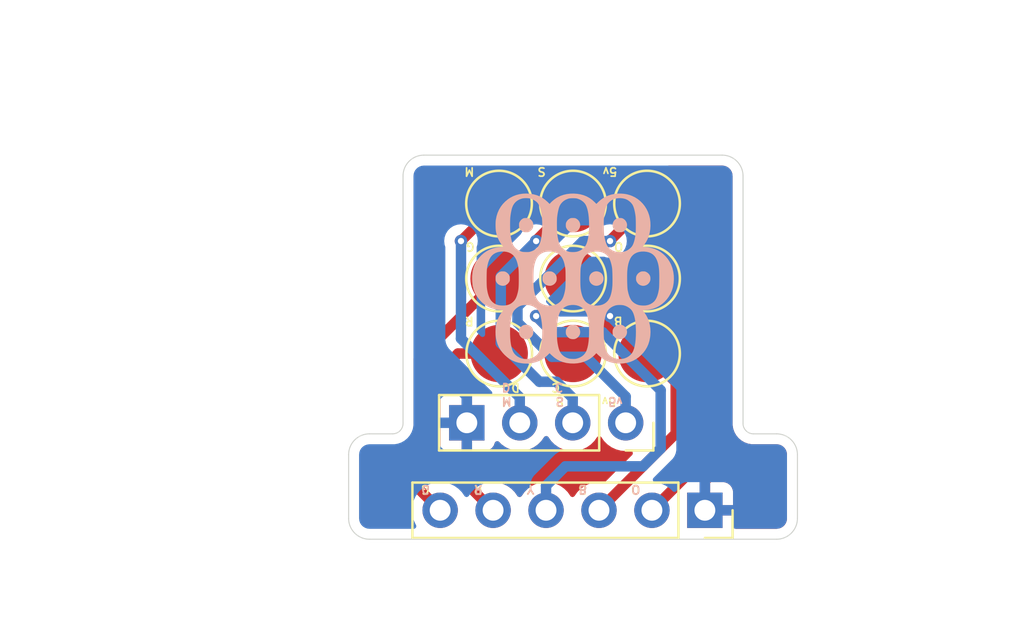
<source format=kicad_pcb>
(kicad_pcb (version 20240108) (generator "pcbnew") (generator_version "8.0")
  (layers (0 "F.Cu" signal) (31 "B.Cu" signal) (34 "B.Paste" user) (35 "F.Paste" user) (36 "B.SilkS" user "B.Silkscreen") (37 "F.SilkS" user "F.Silkscreen") (38 "B.Mask" user) (39 "F.Mask" user) (44 "Edge.Cuts" user))
  (net 0 "")
  (net 1 "Ylw")
  (net 2 "Red")
  (net 3 "GND")
  (net 4 "Ong")
  (net 5 "Grn")
  (net 6 "Blu")
  (net 7 "SCK_CI")
  (net 8 "MOSI_DI")
  (net 9 "5V")
  (footprint "CustomFootprints:TestPoint_Pad_D2.75mm" (layer "F.Cu") (at 207.195 73.645)
    (property "Reference" "TP4" (hide yes))
    (property "Value" "TestPoint" (hide yes))
    (fp_circle (center 0 0) (end 1.575 0) (stroke (width 0.12)) (fill none) (layer "F.SilkS"))
    (pad "1" smd circle (at 0 0) (size 2.75 2.75) (layers "F.Cu" "F.Mask") (net 2 "Red"))
  )
  (footprint "CustomFootprints:TestPoint_Pad_D2.75mm" (layer "F.Cu") (at 210.735 66.445)
    (property "Reference" "TP8" (hide yes))
    (property "Value" "TestPoint" (hide yes))
    (fp_circle (center 0 0) (end 1.575 0) (stroke (width 0.12)) (fill none) (layer "F.SilkS"))
    (pad "1" smd circle (at 0 0) (size 2.75 2.75) (layers "F.Cu" "F.Mask") (net 7 "SCK_CI"))
  )
  (footprint "CustomFootprints:TestPoint_Pad_D2.75mm" (layer "F.Cu") (at 214.285 70.045)
    (property "Reference" "TP3" (hide yes))
    (property "Value" "TestPoint" (hide yes))
    (fp_circle (center 0 0) (end 1.575 0) (stroke (width 0.12)) (fill none) (layer "F.SilkS"))
    (pad "1" smd circle (at 0 0) (size 2.75 2.75) (layers "F.Cu" "F.Mask") (net 4 "Ong"))
  )
  (footprint "CustomFootprints:TestPoint_Pad_D2.75mm" (layer "F.Cu") (at 207.185 66.445)
    (property "Reference" "TP7" (hide yes))
    (property "Value" "TestPoint" (hide yes))
    (fp_circle (center 0 0) (end 1.575 0) (stroke (width 0.12)) (fill none) (layer "F.SilkS"))
    (pad "1" smd circle (at 0 0) (size 2.75 2.75) (layers "F.Cu" "F.Mask") (net 8 "MOSI_DI"))
  )
  (footprint "CustomFootprints:TestPoint_Pad_D2.75mm" (layer "F.Cu") (at 210.735 70.045)
    (property "Reference" "TP2" (hide yes))
    (property "Value" "TestPoint_Alt" (hide yes))
    (fp_circle (center 0 0) (end 1.575 0) (stroke (width 0.12)) (fill none) (layer "F.SilkS"))
    (pad "1" smd circle (at 0 0) (size 2.75 2.75) (layers "F.Cu" "F.Mask") (net 3 "GND"))
  )
  (footprint "Connector_PinSocket_2.54mm:PinSocket_1x06_P2.54mm_Vertical" (layer "F.Cu") (at 217.06 81.17 -90)
    (property "Reference" "J1" (hide yes))
    (property "Value" "Conn_01x06_Socket" (hide yes))
    (fp_line (start -1.33 14.03) (end 1.33 14.03) (stroke (width 0.12)) (layer "F.SilkS"))
    (fp_line (start -1.33 1.27) (end -1.33 14.03) (stroke (width 0.12)) (layer "F.SilkS"))
    (fp_line (start -1.33 1.27) (end 1.33 1.27) (stroke (width 0.12)) (layer "F.SilkS"))
    (fp_line (start 1.33 1.27) (end 1.33 14.03) (stroke (width 0.12)) (layer "F.SilkS"))
    (fp_line (start 0 -1.33) (end 1.33 -1.33) (stroke (width 0.12)) (layer "F.SilkS"))
    (fp_line (start 1.33 -1.33) (end 1.33 0) (stroke (width 0.12)) (layer "F.SilkS"))
    (pad "1" thru_hole rect (at 0 0 270) (size 1.7 1.7) (drill 1) (layers "*.Cu" "*.Mask") (net 3 "GND"))
    (pad "2" thru_hole oval (at 0 2.54 270) (size 1.7 1.7) (drill 1) (layers "*.Cu" "*.Mask") (net 4 "Ong"))
    (pad "3" thru_hole oval (at 0 5.08 270) (size 1.7 1.7) (drill 1) (layers "*.Cu" "*.Mask") (net 6 "Blu"))
    (pad "4" thru_hole oval (at 0 7.62 270) (size 1.7 1.7) (drill 1) (layers "*.Cu" "*.Mask") (net 1 "Ylw"))
    (pad "5" thru_hole oval (at 0 10.16 270) (size 1.7 1.7) (drill 1) (layers "*.Cu" "*.Mask") (net 2 "Red"))
    (pad "6" thru_hole oval (at 0 12.7 270) (size 1.7 1.7) (drill 1) (layers "*.Cu" "*.Mask") (net 5 "Grn"))
  )
  (footprint "CustomFootprints:TestPoint_Pad_D2.75mm" (layer "F.Cu") (at 207.185 70.045)
    (property "Reference" "TP1" (hide yes))
    (property "Value" "TestPoint" (hide yes))
    (fp_circle (center 0 0) (end 1.575 0) (stroke (width 0.12)) (fill none) (layer "F.SilkS"))
    (pad "1" smd circle (at 0 0) (size 2.75 2.75) (layers "F.Cu" "F.Mask") (net 5 "Grn"))
  )
  (footprint "CustomFootprints:TestPoint_Pad_D2.75mm" (layer "F.Cu") (at 214.285 73.645)
    (property "Reference" "TP6" (hide yes))
    (property "Value" "TestPoint" (hide yes))
    (fp_circle (center 0 0) (end 1.575 0) (stroke (width 0.12)) (fill none) (layer "F.SilkS"))
    (pad "1" smd circle (at 0 0) (size 2.75 2.75) (layers "F.Cu" "F.Mask") (net 6 "Blu"))
  )
  (footprint "CustomFootprints:TestPoint_Pad_D2.75mm" (layer "F.Cu") (at 214.285 66.445)
    (property "Reference" "TP9" (hide yes))
    (property "Value" "TestPoint" (hide yes))
    (fp_circle (center 0 0) (end 1.575 0) (stroke (width 0.12)) (fill none) (layer "F.SilkS"))
    (pad "1" smd circle (at 0 0) (size 2.75 2.75) (layers "F.Cu" "F.Mask") (net 9 "5V"))
  )
  (footprint "Connector_PinSocket_2.54mm:PinSocket_1x04_P2.54mm_Vertical" (layer "F.Cu") (at 213.26 76.97 -90)
    (property "Reference" "J2" (hide yes))
    (property "Value" "Conn_01x04_Socket" (hide yes))
    (fp_line (start -1.33 8.95) (end 1.33 8.95) (stroke (width 0.12)) (layer "F.SilkS"))
    (fp_line (start -1.33 1.27) (end -1.33 8.95) (stroke (width 0.12)) (layer "F.SilkS"))
    (fp_line (start -1.33 1.27) (end 1.33 1.27) (stroke (width 0.12)) (layer "F.SilkS"))
    (fp_line (start 1.33 1.27) (end 1.33 8.95) (stroke (width 0.12)) (layer "F.SilkS"))
    (fp_line (start 0 -1.33) (end 1.33 -1.33) (stroke (width 0.12)) (layer "F.SilkS"))
    (fp_line (start 1.33 -1.33) (end 1.33 0) (stroke (width 0.12)) (layer "F.SilkS"))
    (pad "1" thru_hole circle (at 0 0 270) (size 1.7 1.7) (drill 1) (layers "*.Cu" "*.Mask") (net 9 "5V"))
    (pad "2" thru_hole oval (at 0 2.54 270) (size 1.7 1.7) (drill 1) (layers "*.Cu" "*.Mask") (net 7 "SCK_CI"))
    (pad "3" thru_hole oval (at 0 5.08 270) (size 1.7 1.7) (drill 1) (layers "*.Cu" "*.Mask") (net 8 "MOSI_DI"))
    (pad "4" thru_hole rect (at 0 7.62 270) (size 1.7 1.7) (drill 1) (layers "*.Cu" "*.Mask") (net 3 "GND"))
  )
  (footprint "CustomFootprints:TestPoint_Pad_D2.75mm" (layer "F.Cu") (at 210.735 73.645)
    (property "Reference" "TP5" (hide yes))
    (property "Value" "TestPoint" (hide yes))
    (fp_circle (center 0 0) (end 1.575 0) (stroke (width 0.12)) (fill none) (layer "F.SilkS"))
    (pad "1" smd circle (at 0 0) (size 2.75 2.75) (layers "F.Cu" "F.Mask") (net 1 "Ylw"))
  )
  (footprint "LOGO" (layer "B.Cu") (at 210.671923 70.060189 180)
    (property "Reference" "G***" (hide yes))
    (property "Value" "LOGO" (hide yes))
    (fp_poly (pts (xy -1.08638 0.349995) (xy -1.017752 0.322453) (xy -0.953868 0.279147) (xy -0.915287 0.241455) (xy -0.874729 0.181962) (xy -0.848334 0.112521) (xy -0.836797 0.036853) (xy -0.84081 -0.041322) (xy -0.85279 -0.094065) (xy -0.883282 -0.163064) (xy -0.928344 -0.222403) (xy -0.985173 -0.270579) (xy -1.050968 -0.306087) (xy -1.122926 -0.327425) (xy -1.198247 -0.33309) (xy -1.274127 -0.321578) (xy -1.275922 -0.321081) (xy -1.35082 -0.290771) (xy -1.414693 -0.246142) (xy -1.466097 -0.189504) (xy -1.503584 -0.123168) (xy -1.52571 -0.049446) (xy -1.531029 0.029353) (xy -1.525577 0.077963) (xy -1.503181 0.153988) (xy -1.466822 0.21926) (xy -1.418837 0.273153) (xy -1.361565 0.315039) (xy -1.297345 0.344293) (xy -1.228515 0.360288) (xy -1.157414 0.362397)) (fill solid) (layer "B.SilkS"))
    (fp_poly (pts (xy -2.260578 2.921268) (xy -2.226397 2.918638) (xy -2.199095 2.912974) (xy -2.172529 2.903228) (xy -2.156934 2.896184) (xy -2.090382 2.855242) (xy -2.037045 2.802597) (xy -1.997342 2.740852) (xy -1.971695 2.67261) (xy -1.960524 2.600473) (xy -1.96425 2.527044) (xy -1.983293 2.454925) (xy -2.018075 2.38672) (xy -2.065227 2.328768) (xy -2.108774 2.29044) (xy -2.152783 2.26431) (xy -2.202527 2.248302) (xy -2.263283 2.240337) (xy -2.293389 2.238889) (xy -2.360136 2.239395) (xy -2.410237 2.245652) (xy -2.42773 2.250357) (xy -2.492297 2.281372) (xy -2.548867 2.327428) (xy -2.595457 2.385341) (xy -2.630087 2.451927) (xy -2.650775 2.524002) (xy -2.655539 2.598384) (xy -2.654291 2.614384) (xy -2.637393 2.689498) (xy -2.604319 2.759889) (xy -2.557585 2.821965) (xy -2.499705 2.87213) (xy -2.456517 2.897017) (xy -2.428677 2.908946) (xy -2.402672 2.916375) (xy -2.372445 2.920317) (xy -2.331938 2.921787) (xy -2.307783 2.921912)) (fill solid) (layer "B.SilkS"))
    (fp_poly (pts (xy 2.250575 -2.205662) (xy 2.315655 -2.222233) (xy 2.35962 -2.244369) (xy 2.406005 -2.279487) (xy 2.449798 -2.322874) (xy 2.485989 -2.369817) (xy 2.501731 -2.397238) (xy 2.51438 -2.425076) (xy 2.522303 -2.450011) (xy 2.526572 -2.478082) (xy 2.528261 -2.515326) (xy 2.528485 -2.547677) (xy 2.527842 -2.594861) (xy 2.525233 -2.628913) (xy 2.519635 -2.655867) (xy 2.510025 -2.681758) (xy 2.503292 -2.696411) (xy 2.459998 -2.768019) (xy 2.406105 -2.823629) (xy 2.341587 -2.863257) (xy 2.266418 -2.88692) (xy 2.205222 -2.894104) (xy 2.13788 -2.893665) (xy 2.086441 -2.88517) (xy 2.081036 -2.88353) (xy 2.014166 -2.852964) (xy 1.953711 -2.80803) (xy 1.903431 -2.752402) (xy 1.867084 -2.689755) (xy 1.857881 -2.665413) (xy 1.849419 -2.627864) (xy 1.843977 -2.58092) (xy 1.842615 -2.544176) (xy 1.851519 -2.463949) (xy 1.876396 -2.391868) (xy 1.915271 -2.329277) (xy 1.966172 -2.277518) (xy 2.027126 -2.237934) (xy 2.09616 -2.211868) (xy 2.171301 -2.200663)) (fill solid) (layer "B.SilkS"))
    (fp_poly (pts (xy -0.012703 -2.203887) (xy 0.020757 -2.20774) (xy 0.050514 -2.216148) (xy 0.081564 -2.2293) (xy 0.148353 -2.270079) (xy 0.205636 -2.324709) (xy 0.24929 -2.389094) (xy 0.255977 -2.402681) (xy 0.269258 -2.433883) (xy 0.277377 -2.461573) (xy 0.281549 -2.492471) (xy 0.28299 -2.533297) (xy 0.283075 -2.552475) (xy 0.282399 -2.598173) (xy 0.279582 -2.631134) (xy 0.273437 -2.657791) (xy 0.262777 -2.684574) (xy 0.256133 -2.698499) (xy 0.216726 -2.761304) (xy 0.165897 -2.815634) (xy 0.108246 -2.856848) (xy 0.089968 -2.866117) (xy 0.036446 -2.883717) (xy -0.026048 -2.893606) (xy -0.089846 -2.89526) (xy -0.147284 -2.888154) (xy -0.164374 -2.88353) (xy -0.232256 -2.852253) (xy -0.293939 -2.805819) (xy -0.345532 -2.748022) (xy -0.383141 -2.682653) (xy -0.390875 -2.662826) (xy -0.40247 -2.612304) (xy -0.406895 -2.55091) (xy -0.406888 -2.54193) (xy -0.396855 -2.462043) (xy -0.368668 -2.387805) (xy -0.322827 -2.320356) (xy -0.297971 -2.293877) (xy -0.244563 -2.2507) (xy -0.18643 -2.222232) (xy -0.119488 -2.206931) (xy -0.057575 -2.20314)) (fill solid) (layer "B.SilkS"))
    (fp_poly (pts (xy -2.262641 -2.203406) (xy -2.228909 -2.206764) (xy -2.20052 -2.213949) (xy -2.170577 -2.226188) (xy -2.166964 -2.227862) (xy -2.095876 -2.271344) (xy -2.037218 -2.329038) (xy -1.993521 -2.397564) (xy -1.978172 -2.430631) (xy -1.968892 -2.457915) (xy -1.964207 -2.486551) (xy -1.962644 -2.523677) (xy -1.962572 -2.547475) (xy -1.963595 -2.593397) (xy -1.967285 -2.627485) (xy -1.975021 -2.657053) (xy -1.988183 -2.689416) (xy -1.990152 -2.693747) (xy -2.022766 -2.74835) (xy -2.067341 -2.800097) (xy -2.118431 -2.843487) (xy -2.165452 -2.870834) (xy -2.209 -2.884148) (xy -2.263652 -2.892394) (xy -2.321887 -2.89512) (xy -2.376182 -2.891874) (xy -2.409013 -2.885471) (xy -2.471638 -2.860101) (xy -2.527884 -2.820261) (xy -2.560225 -2.788461) (xy -2.607946 -2.723759) (xy -2.638943 -2.653403) (xy -2.653686 -2.579985) (xy -2.652648 -2.506092) (xy -2.636298 -2.434314) (xy -2.605108 -2.36724) (xy -2.55955 -2.307459) (xy -2.500093 -2.257561) (xy -2.459368 -2.234139) (xy -2.426172 -2.218746) (xy -2.398655 -2.20939) (xy -2.369688 -2.204582) (xy -2.332145 -2.202835) (xy -2.308617 -2.202645)) (fill solid) (layer "B.SilkS"))
    (fp_poly (pts (xy -0.011564 2.921572) (xy 0.020952 2.919778) (xy 0.045668 2.915371) (xy 0.068277 2.907189) (xy 0.094474 2.894071) (xy 0.103883 2.889) (xy 0.169553 2.844096) (xy 0.22156 2.787157) (xy 0.257882 2.725198) (xy 0.270268 2.69654) (xy 0.27784 2.669837) (xy 0.281718 2.638689) (xy 0.283019 2.596699) (xy 0.283075 2.58106) (xy 0.2825 2.536193) (xy 0.279871 2.503811) (xy 0.273831 2.477221) (xy 0.263023 2.449728) (xy 0.251595 2.425754) (xy 0.210795 2.361295) (xy 0.158351 2.307305) (xy 0.098005 2.267315) (xy 0.071144 2.255521) (xy 0.030826 2.245081) (xy -0.019929 2.238444) (xy -0.073913 2.235943) (xy -0.123916 2.237907) (xy -0.162728 2.244666) (xy -0.163129 2.244787) (xy -0.233788 2.276074) (xy -0.295482 2.322872) (xy -0.346086 2.382766) (xy -0.383476 2.453336) (xy -0.402819 2.517635) (xy -0.408732 2.591791) (xy -0.397342 2.665825) (xy -0.370278 2.736492) (xy -0.329172 2.80055) (xy -0.275657 2.854755) (xy -0.212931 2.895099) (xy -0.18592 2.907445) (xy -0.161818 2.915312) (xy -0.134909 2.919687) (xy -0.099478 2.921556) (xy -0.057575 2.921912)) (fill solid) (layer "B.SilkS"))
    (fp_poly (pts (xy -3.385064 0.358978) (xy -3.351459 0.355502) (xy -3.322743 0.348086) (xy -3.29179 0.335399) (xy -3.286551 0.332978) (xy -3.219665 0.292029) (xy -3.162685 0.237611) (xy -3.119536 0.17364) (xy -3.112613 0.159389) (xy -3.099053 0.126523) (xy -3.090947 0.0968) (xy -3.086959 0.062972) (xy -3.085749 0.01779) (xy -3.085733 0.013749) (xy -3.086269 -0.030286) (xy -3.08916 -0.062244) (xy -3.095871 -0.089221) (xy -3.107864 -0.118311) (xy -3.116797 -0.136879) (xy -3.161018 -0.206278) (xy -3.217907 -0.2618) (xy -3.285967 -0.302268) (xy -3.356593 -0.325074) (xy -3.410697 -0.333551) (xy -3.458899 -0.333133) (xy -3.512127 -0.323647) (xy -3.51685 -0.322511) (xy -3.590378 -0.294952) (xy -3.655634 -0.251127) (xy -3.71025 -0.193029) (xy -3.750372 -0.125897) (xy -3.768607 -0.068635) (xy -3.776573 -0.002096) (xy -3.774101 0.066681) (xy -3.761026 0.130658) (xy -3.756744 0.143298) (xy -3.725842 0.202418) (xy -3.679797 0.257502) (xy -3.622654 0.304285) (xy -3.581072 0.328424) (xy -3.547707 0.34391) (xy -3.520184 0.353286) (xy -3.49132 0.358053) (xy -3.453935 0.35971) (xy -3.43069 0.359841)) (fill solid) (layer "B.SilkS"))
    (fp_poly (pts (xy 1.110706 0.359105) (xy 1.143737 0.356276) (xy 1.170441 0.350132) (xy 1.19724 0.33949) (xy 1.211147 0.332867) (xy 1.275478 0.292312) (xy 1.330946 0.239611) (xy 1.372953 0.179326) (xy 1.380053 0.165242) (xy 1.39234 0.136624) (xy 1.4 0.110472) (xy 1.40408 0.080642) (xy 1.405628 0.040988) (xy 1.40578 0.014394) (xy 1.405194 -0.032213) (xy 1.402729 -0.065666) (xy 1.397318 -0.091989) (xy 1.387899 -0.117202) (xy 1.379275 -0.135536) (xy 1.343818 -0.190553) (xy 1.295277 -0.24211) (xy 1.23962 -0.284449) (xy 1.206074 -0.302675) (xy 1.158036 -0.318746) (xy 1.101282 -0.328862) (xy 1.043897 -0.332167) (xy 0.993967 -0.327804) (xy 0.985816 -0.325994) (xy 0.909163 -0.297577) (xy 0.841799 -0.254293) (xy 0.786194 -0.198318) (xy 0.74482 -0.131828) (xy 0.732981 -0.10326) (xy 0.721757 -0.054149) (xy 0.717866 0.005047) (xy 0.721138 0.066748) (xy 0.731406 0.123375) (xy 0.738522 0.145871) (xy 0.772758 0.21079) (xy 0.82256 0.268253) (xy 0.884736 0.314856) (xy 0.909622 0.328362) (xy 0.94186 0.343414) (xy 0.96839 0.352727) (xy 0.995902 0.357655) (xy 1.031085 0.359552) (xy 1.064928 0.359801)) (fill solid) (layer "B.SilkS"))
    (fp_poly (pts (xy 2.238502 2.920648) (xy 2.275318 2.917675) (xy 2.303578 2.911928) (xy 2.328582 2.902654) (xy 2.331771 2.901196) (xy 2.396344 2.861072) (xy 2.452074 2.806233) (xy 2.495131 2.740489) (xy 2.496946 2.736856) (xy 2.5116 2.70564) (xy 2.520828 2.680062) (xy 2.525852 2.653857) (xy 2.527892 2.620758) (xy 2.528177 2.576632) (xy 2.52748 2.530339) (xy 2.525025 2.497388) (xy 2.519744 2.471943) (xy 2.510568 2.448167) (xy 2.501189 2.429263) (xy 2.455979 2.360271) (xy 2.399482 2.303286) (xy 2.348932 2.269028) (xy 2.322833 2.255832) (xy 2.298895 2.247372) (xy 2.271263 2.242442) (xy 2.234082 2.239837) (xy 2.202229 2.238824) (xy 2.158549 2.238563) (xy 2.11983 2.239821) (xy 2.091595 2.242349) (xy 2.082281 2.244271) (xy 2.013161 2.276316) (xy 1.950346 2.325604) (xy 1.930897 2.345643) (xy 1.887002 2.402716) (xy 1.85895 2.462477) (xy 1.844894 2.529838) (xy 1.842387 2.581262) (xy 1.846099 2.644975) (xy 1.857987 2.69819) (xy 1.862256 2.710413) (xy 1.891092 2.765631) (xy 1.933553 2.81905) (xy 1.984459 2.865049) (xy 2.032479 2.895099) (xy 2.059384 2.907417) (xy 2.083282 2.915252) (xy 2.10987 2.919575) (xy 2.144847 2.921358) (xy 2.187835 2.921596)) (fill solid) (layer "B.SilkS"))
    (fp_poly (pts (xy 3.357011 0.359087) (xy 3.390872 0.356054) (xy 3.418674 0.349587) (xy 3.446965 0.338531) (xy 3.456739 0.334046) (xy 3.513258 0.29948) (xy 3.566154 0.25248) (xy 3.609423 0.19889) (xy 3.627337 0.167926) (xy 3.638343 0.142934) (xy 3.645334 0.118586) (xy 3.649187 0.089364) (xy 3.650782 0.049751) (xy 3.65102 0.019191) (xy 3.650554 -0.028727) (xy 3.648345 -0.063172) (xy 3.643466 -0.089844) (xy 3.634986 -0.114443) (xy 3.626002 -0.134341) (xy 3.583947 -0.200941) (xy 3.528211 -0.255792) (xy 3.461559 -0.297033) (xy 3.386759 -0.322804) (xy 3.334529 -0.330416) (xy 3.294326 -0.331514) (xy 3.256261 -0.329735) (xy 3.231336 -0.326017) (xy 3.157805 -0.298092) (xy 3.090683 -0.254406) (xy 3.034015 -0.198134) (xy 2.996607 -0.141867) (xy 2.984659 -0.117616) (xy 2.976909 -0.095828) (xy 2.972463 -0.07126) (xy 2.970424 -0.038671) (xy 2.969895 0.007179) (xy 2.96989 0.014394) (xy 2.970397 0.063479) (xy 2.972455 0.098636) (xy 2.97687 0.125111) (xy 2.984449 0.148154) (xy 2.993469 0.167926) (xy 3.028656 0.222543) (xy 3.076853 0.273924) (xy 3.132057 0.316234) (xy 3.164341 0.334046) (xy 3.194092 0.346741) (xy 3.221347 0.354491) (xy 3.252656 0.358453) (xy 3.294568 0.359783) (xy 3.31054 0.359841)) (fill solid) (layer "B.SilkS"))
    (fp_poly (pts (xy 2.346474 4.089801) (xy 2.509297 4.06523) (xy 2.665906 4.023858) (xy 2.814966 3.966021) (xy 2.95514 3.892058) (xy 3.059669 3.821737) (xy 3.1906 3.712853) (xy 3.305693 3.593158) (xy 3.404849 3.46282) (xy 3.48797 3.322008) (xy 3.554957 3.17089) (xy 3.605713 3.009635) (xy 3.640139 2.838412) (xy 3.642447 2.822414) (xy 3.649057 2.756952) (xy 3.652936 2.678587) (xy 3.654174 2.592471) (xy 3.652863 2.503756) (xy 3.649094 2.417593) (xy 3.642958 2.339134) (xy 3.634546 2.273532) (xy 3.63254 2.26209) (xy 3.59621 2.10988) (xy 3.545417 1.963812) (xy 3.481397 1.826587) (xy 3.405388 1.700909) (xy 3.331686 1.604486) (xy 3.310102 1.576748) (xy 3.297949 1.555861) (xy 3.297032 1.54553) (xy 3.309357 1.541748) (xy 3.337021 1.537108) (xy 3.376222 1.53214) (xy 3.42316 1.527372) (xy 3.435285 1.526305) (xy 3.49457 1.520323) (xy 3.557737 1.512425) (xy 3.616862 1.503682) (xy 3.66037 1.495914) (xy 3.809758 1.456043) (xy 3.953304 1.398679) (xy 4.089665 1.324982) (xy 4.217499 1.236116) (xy 4.335465 1.133243) (xy 4.442219 1.017525) (xy 4.53642 0.890125) (xy 4.616726 0.752204) (xy 4.678131 0.614557) (xy 4.717051 0.500178) (xy 4.745795 0.384479) (xy 4.764928 0.263634) (xy 4.775016 0.133822) (xy 4.776623 -0.008782) (xy 4.775796 -0.04585) (xy 4.768163 -0.184933) (xy 4.752922 -0.310345) (xy 4.729098 -0.426425) (xy 4.695716 -0.53751) (xy 4.651801 -0.64794) (xy 4.629729 -0.695693) (xy 4.565547 -0.812086) (xy 4.486177 -0.927608) (xy 4.395285 -1.037807) (xy 4.296539 -1.138232) (xy 4.195276 -1.223178) (xy 4.065092 -1.309035) (xy 3.924455 -1.379554) (xy 3.775311 -1.43405) (xy 3.619604 -1.471835) (xy 3.459278 -1.492223) (xy 3.428051 -1.494094) (xy 3.370496 -1.4976) (xy 3.33051 -1.502247) (xy 3.306471 -1.509064) (xy 3.296757 -1.51908) (xy 3.299747 -1.533326) (xy 3.313818 -1.55283) (xy 3.321592 -1.561678) (xy 3.397472 -1.657274) (xy 3.4667 -1.767607) (xy 3.527254 -1.888786) (xy 3.577113 -2.016923) (xy 3.603194 -2.103469) (xy 3.632147 -2.240213) (xy 3.64986 -2.387285) (xy 3.656305 -2.539525) (xy 3.651455 -2.691775) (xy 3.635282 -2.838874) (xy 3.607838 -2.975358) (xy 3.558265 -3.133897) (xy 3.492988 -3.281814) (xy 3.411387 -3.420193) (xy 3.312842 -3.550115) (xy 3.223733 -3.646362) (xy 3.104077 -3.754737) (xy 2.979595 -3.845741) (xy 2.848636 -3.920129) (xy 2.709549 -3.978653) (xy 2.560684 -4.022067) (xy 2.40039 -4.051122) (xy 2.315745 -4.060474) (xy 2.241709 -4.065663) (xy 2.174373 -4.066857) (xy 2.103912 -4.064056) (xy 2.056659 -4.06051) (xy 1.887995 -4.038635) (xy 1.731252 -4.002253) (xy 1.585165 -3.950798) (xy 1.448466 -3.883707) (xy 1.319891 -3.800416) (xy 1.198174 -3.70036) (xy 1.153628 -3.657994) (xy 1.063347 -3.56884) (xy 0.957883 -3.670731) (xy 0.834903 -3.777874) (xy 0.70596 -3.867053) (xy 0.569797 -3.938908) (xy 0.425157 -3.994081) (xy 0.270781 -4.033213) (xy 0.233632 -4.040034) (xy 0.060993 -4.061071) (xy -0.109485 -4.065036) (xy -0.276242 -4.052207) (xy -0.437719 -4.022862) (xy -0.592357 -3.977282) (xy -0.738594 -3.915743) (xy -0.867339 -3.843381) (xy -0.933751 -3.796962) (xy -1.004118 -3.741083) (xy -1.071136 -3.681826) (xy -1.121647 -3.631602) (xy -1.181168 -3.567975) (xy -1.284324 -3.667637) (xy -1.407282 -3.775011) (xy -1.535702 -3.864373) (xy -1.671084 -3.936486) (xy -1.814925 -3.992117) (xy -1.968724 -4.032029) (xy -2.015112 -4.040722) (xy -2.084918 -4.050423) (xy -2.165159 -4.057777) (xy -2.250068 -4.062561) (xy -2.333877 -4.06455) (xy -2.410819 -4.06352) (xy -2.475128 -4.059249) (xy -2.479648 -4.058749) (xy -2.646788 -4.031271) (xy -2.803116 -3.988175) (xy -2.949539 -3.929043) (xy -3.086962 -3.853456) (xy -3.216292 -3.760995) (xy -3.318042 -3.67123) (xy -3.43346 -3.548558) (xy -3.531462 -3.419275) (xy -3.612552 -3.282329) (xy -3.677231 -3.136668) (xy -3.726005 -2.981242) (xy -3.759375 -2.814999) (xy -3.770644 -2.725523) (xy -3.780133 -2.552121) (xy -3.779947 -2.547677) (xy -3.080242 -2.547677) (xy -3.076639 -2.738983) (xy -3.065872 -2.914696) (xy -3.04801 -3.07438) (xy -3.023119 -3.2176) (xy -2.991266 -3.343919) (xy -2.952518 -3.452904) (xy -2.934937 -3.491892) (xy -2.884318 -3.575308) (xy -2.817991 -3.650783) (xy -2.738423 -3.716531) (xy -2.648086 -3.770765) (xy -2.549449 -3.811696) (xy -2.461448 -3.834594) (xy -2.410822 -3.84094) (xy -2.348269 -3.843795) (xy -2.280049 -3.843338) (xy -2.212422 -3.839746) (xy -2.151649 -3.833198) (xy -2.106272 -3.824482) (xy -2.005827 -3.789638) (xy -1.912279 -3.740415) (xy -1.828235 -3.678852) (xy -1.756303 -3.60699) (xy -1.699093 -3.526868) (xy -1.680043 -3.491164) (xy -1.648142 -3.413709) (xy -1.61862 -3.31929) (xy -1.592047 -3.210052) (xy -1.568994 -3.088138) (xy -1.563488 -3.053596) (xy -1.555749 -2.990684) (xy -1.549146 -2.912414) (xy -1.543767 -2.822593) (xy -1.5397 -2.725025) (xy -1.537032 -2.623517) (xy -1.535852 -2.521874) (xy -1.536117 -2.456142) (xy -0.83254 -2.456142) (xy -0.831771 -2.647232) (xy -0.831633 -2.65323) (xy -0.823508 -2.83971) (xy -0.808338 -3.009146) (xy -0.786153 -3.161358) (xy -0.756984 -3.296165) (xy -0.720863 -3.413386) (xy -0.687435 -3.493432) (xy -0.636151 -3.578895) (xy -0.569212 -3.65492) (xy -0.488279 -3.720345) (xy -0.395011 -3.77401) (xy -0.291069 -3.814755) (xy -0.193539 -3.838737) (xy -0.15079 -3.843314) (xy -0.095086 -3.844671) (xy -0.032335 -3.843109) (xy 0.03155 -3.838925) (xy 0.090661 -3.83242) (xy 0.139087 -3.823892) (xy 0.149174 -3.821387) (xy 0.257963 -3.782382) (xy 0.357213 -3.726757) (xy 0.446387 -3.654832) (xy 0.475721 -3.625223) (xy 0.520299 -3.57067) (xy 0.558914 -3.507857) (xy 0.592417 -3.434622) (xy 0.621658 -3.348801) (xy 0.647489 -3.248231) (xy 0.67076 -3.130751) (xy 0.671204 -3.128221) (xy 0.682955 -3.055834) (xy 0.692243 -2.985507) (xy 0.699304 -2.913693) (xy 0.704372 -2.836844) (xy 0.707684 -2.75141) (xy 0.709473 -2.653844) (xy 0.709976 -2.542879) (xy 0.709301 -2.502987) (xy 1.412265 -2.502987) (xy 1.413347 -2.64974) (xy 1.419707 -2.795955) (xy 1.431453 -2.939494) (xy 1.448692 -3.07822) (xy 1.471533 -3.209994) (xy 1.492931 -3.305081) (xy 1.526517 -3.413408) (xy 1.569428 -3.509104) (xy 1.620668 -3.590227) (xy 1.666063 -3.642421) (xy 1.753073 -3.714936) (xy 1.850712 -3.77238) (xy 1.957021 -3.81417) (xy 2.070041 -3.839725) (xy 2.187815 -3.848461) (xy 2.308384 -3.839796) (xy 2.322176 -3.837684) (xy 2.423378 -3.81306) (xy 2.520089 -3.773588) (xy 2.609594 -3.721179) (xy 2.689179 -3.657742) (xy 2.756128 -3.585188) (xy 2.807728 -3.505428) (xy 2.814976 -3.490874) (xy 2.85511 -3.391045) (xy 2.888846 -3.274036) (xy 2.91607 -3.140803) (xy 2.936662 -2.992303) (xy 2.950507 -2.829491) (xy 2.957486 -2.653322) (xy 2.957483 -2.464753) (xy 2.954376 -2.353779) (xy 2.944091 -2.183356) (xy 2.926653 -2.026744) (xy 2.902241 -1.884826) (xy 2.871036 -1.758486) (xy 2.833217 -1.648604) (xy 2.793576 -1.564334) (xy 2.763498 -1.520366) (xy 2.720667 -1.472203) (xy 2.669604 -1.424015) (xy 2.614829 -1.379971) (xy 2.560862 -1.34424) (xy 2.546098 -1.336076) (xy 2.475411 -1.302557) (xy 2.407871 -1.278975) (xy 2.337758 -1.26403) (xy 2.259355 -1.256427) (xy 2.187835 -1.254756) (xy 2.123779 -1.25562) (xy 2.073292 -1.258573) (xy 2.030813 -1.264153) (xy 1.990785 -1.2729) (xy 1.984946 -1.274439) (xy 1.877066 -1.312288) (xy 1.779225 -1.36472) (xy 1.693152 -1.430488) (xy 1.620575 -1.508344) (xy 1.580676 -1.566128) (xy 1.543417 -1.640225) (xy 1.510573 -1.730886) (xy 1.482251 -1.835974) (xy 1.458561 -1.95335) (xy 1.43961 -2.080878) (xy 1.425504 -2.216418) (xy 1.416354 -2.357834) (xy 1.412265 -2.502987) (xy 0.709301 -2.502987) (xy 0.706817 -2.356266) (xy 0.6974 -2.187057) (xy 0.681601 -2.034469) (xy 0.659295 -1.897722) (xy 0.630358 -1.776033) (xy 0.594668 -1.668622) (xy 0.558487 -1.587091) (xy 0.51112 -1.512772) (xy 0.448076 -1.443561) (xy 0.372685 -1.381918) (xy 0.288278 -1.3303) (xy 0.198185 -1.291166) (xy 0.131749 -1.272117) (xy 0.010749 -1.253764) (xy -0.108462 -1.252513) (xy -0.223931 -1.267853) (xy -0.333705 -1.299268) (xy -0.43583 -1.346244) (xy -0.528352 -1.408269) (xy -0.587238 -1.461256) (xy -0.641235 -1.528287) (xy -0.688803 -1.612861) (xy -0.729824 -1.714397) (xy -0.764178 -1.832313) (xy -0.791746 -1.966027) (xy -0.812408 -2.114958) (xy -0.826046 -2.278523) (xy -0.83254 -2.456142) (xy -1.536117 -2.456142) (xy -1.536247 -2.4239) (xy -1.538304 -2.333403) (xy -1.542112 -2.254188) (xy -1.544362 -2.223926) (xy -1.558689 -2.088575) (xy -1.577847 -1.961495) (xy -1.601325 -1.845011) (xy -1.628613 -1.741451) (xy -1.6592 -1.65314) (xy -1.6798 -1.606651) (xy -1.734286 -1.517349) (xy -1.803828 -1.438708) (xy -1.886738 -1.372008) (xy -1.981328 -1.318534) (xy -2.08591 -1.279566) (xy -2.123093 -1.26993) (xy -2.18786 -1.259416) (xy -2.263954 -1.25417) (xy -2.344252 -1.254184) (xy -2.421629 -1.259455) (xy -2.488959 -1.269975) (xy -2.490102 -1.270228) (xy -2.576902 -1.296535) (xy -2.663059 -1.335565) (xy -2.744003 -1.384533) (xy -2.815166 -1.44066) (xy -2.871978 -1.501162) (xy -2.874229 -1.50408) (xy -2.922653 -1.58056) (xy -2.964807 -1.674681) (xy -3.000583 -1.785913) (xy -3.029878 -1.913723) (xy -3.052587 -2.057581) (xy -3.068605 -2.216954) (xy -3.077825 -2.391311) (xy -3.080242 -2.547677) (xy -3.779947 -2.547677) (xy -3.773018 -2.38227) (xy -3.749703 -2.217455) (xy -3.710591 -2.059161) (xy -3.656088 -1.908871) (xy -3.586597 -1.768071) (xy -3.502522 -1.638243) (xy -3.459685 -1.58337) (xy -3.435873 -1.553919) (xy -3.42151 -1.532375) (xy -3.418163 -1.517332) (xy -3.427401 -1.507384) (xy -3.45079 -1.501128) (xy -3.489899 -1.497156) (xy -3.546295 -1.494063) (xy -3.560031 -1.493415) (xy -3.666412 -1.48345) (xy -3.77891 -1.464136) (xy -3.888005 -1.437254) (xy -3.930466 -1.424153) (xy -4.075218 -1.366421) (xy -4.212109 -1.292042) (xy -4.339955 -1.202361) (xy -4.457572 -1.098722) (xy -4.563775 -0.982472) (xy -4.657382 -0.854956) (xy -4.737206 -0.717518) (xy -4.802065 -0.571504) (xy -4.850774 -0.41826) (xy -4.863587 -0.364096) (xy -4.891554 -0.192816) (xy -4.902778 -0.018051) (xy -4.900046 0.070873) (xy -4.201485 0.070873) (xy -4.200399 -0.073965) (xy -4.200229 -0.086362) (xy -4.198745 -0.181599) (xy -4.197146 -0.26026) (xy -4.195288 -0.324962) (xy -4.193027 -0.378319) (xy -4.190218 -0.422949) (xy -4.186717 -0.461467) (xy -4.182379 -0.496488) (xy -4.17706 -0.530629) (xy -4.175063 -0.542161) (xy -4.144786 -0.685525) (xy -4.107771 -0.811207) (xy -4.064053 -0.919123) (xy -4.013666 -1.009191) (xy -3.956644 -1.081329) (xy -3.949697 -1.088438) (xy -3.866663 -1.158107) (xy -3.772315 -1.213182) (xy -3.668986 -1.252563) (xy -3.559006 -1.275152) (xy -3.551958 -1.275982) (xy -3.485439 -1.280326) (xy -3.410582 -1.280094) (xy -3.334317 -1.275676) (xy -3.263577 -1.267462) (xy -3.208483 -1.256671) (xy -3.11107 -1.222981) (xy -3.019435 -1.174093) (xy -2.937662 -1.112549) (xy -2.877865 -1.050867) (xy -2.833025 -0.985856) (xy -2.791285 -0.903862) (xy -2.753405 -0.806949) (xy -2.720146 -0.697182) (xy -2.692271 -0.576626) (xy -2.681476 -0.518172) (xy -2.676552 -0.478821) (xy -2.672136 -0.423183) (xy -2.668275 -0.354159) (xy -2.665017 -0.274649) (xy -2.662411 -0.187551) (xy -2.660504 -0.095767) (xy -2.660329 -0.081674) (xy -1.956077 -0.081674) (xy -1.95531 -0.168891) (xy -1.953584 -0.248084) (xy -1.950847 -0.316228) (xy -1.949337 -0.341522) (xy -1.935398 -0.482708) (xy -1.913491 -0.615241) (xy -1.884164 -0.737309) (xy -1.847968 -0.847099) (xy -1.805452 -0.942798) (xy -1.757166 -1.022593) (xy -1.733586 -1.052967) (xy -1.656222 -1.130079) (xy -1.567856 -1.191612) (xy -1.46887 -1.237435) (xy -1.359645 -1.267418) (xy -1.240567 -1.281429) (xy -1.112017 -1.27934) (xy -1.078231 -1.276264) (xy -0.96266 -1.256061) (xy -0.858639 -1.220902) (xy -0.766046 -1.170966) (xy -0.691342 -1.113843) (xy -0.628458 -1.04749) (xy -0.575591 -0.969387) (xy -0.530936 -0.877016) (xy -0.504765 -0.806045) (xy -0.483147 -0.737216) (xy -0.464929 -0.669989) (xy -0.449888 -0.602095) (xy -0.437799 -0.531269) (xy -0.428441 -0.455245) (xy -0.421589 -0.371755) (xy -0.417021 -0.278535) (xy -0.414513 -0.173316) (xy -0.413842 -0.053833) (xy -0.414414 0.028787) (xy 0.293517 0.028787) (xy 0.293704 -0.08875) (xy 0.294622 -0.189591) (xy 0.296468 -0.276225) (xy 0.299438 -0.351141) (xy 0.303729 -0.416826) (xy 0.309535 -0.475769) (xy 0.317055 -0.530458) (xy 0.326483 -0.583383) (xy 0.338016 -0.637031) (xy 0.349882 -0.686098) (xy 0.378889 -0.789853) (xy 0.410265 -0.877561) (xy 0.44563 -0.95235) (xy 0.486603 -1.017349) (xy 0.534804 -1.075688) (xy 0.569385 -1.110218) (xy 0.653364 -1.175774) (xy 0.748378 -1.225972) (xy 0.853683 -1.260608) (xy 0.968538 -1.279479) (xy 1.0922 -1.282379) (xy 1.172819 -1.276085) (xy 1.285903 -1.255135) (xy 1.390076 -1.21965) (xy 1.483313 -1.170509) (xy 1.56359 -1.10859) (xy 1.567444 -1.104969) (xy 1.627085 -1.036443) (xy 1.680248 -0.950561) (xy 1.72658 -0.848156) (xy 1.765731 -0.730059) (xy 1.797349 -0.597102) (xy 1.808945 -0.533131) (xy 1.817361 -0.468514) (xy 1.824164 -0.388385) (xy 1.829365 -0.29585) (xy 1.832978 -0.194017) (xy 1.835013 -0.085992) (xy 1.835437 0.014394) (xy 2.539372 0.014394) (xy 2.539684 -0.102607) (xy 2.540751 -0.202906) (xy 2.542773 -0.288985) (xy 2.545946 -0.363325) (xy 2.550469 -0.428409) (xy 2.556541 -0.486718) (xy 2.564358 -0.540733) (xy 2.57412 -0.592937) (xy 2.586023 -0.64581) (xy 2.594897 -0.6813) (xy 2.62258 -0.779936) (xy 2.651203 -0.86268) (xy 2.68241 -0.932816) (xy 2.717844 -0.993632) (xy 2.759152 -1.048412) (xy 2.801449 -1.09402) (xy 2.874556 -1.157605) (xy 2.952571 -1.206649) (xy 3.03891 -1.242735) (xy 3.136988 -1.267446) (xy 3.195391 -1.276535) (xy 3.252997 -1.280669) (xy 3.321863 -1.28065) (xy 3.394595 -1.276846) (xy 3.463802 -1.269623) (xy 3.516849 -1.26053) (xy 3.618654 -1.228762) (xy 3.712591 -1.180407) (xy 3.796621 -1.117063) (xy 3.868704 -1.04033) (xy 3.9268 -0.951806) (xy 3.937558 -0.93079) (xy 3.985974 -0.814894) (xy 4.024812 -0.685211) (xy 4.054399 -0.540506) (xy 4.069526 -0.43181) (xy 4.073581 -0.384175) (xy 4.076792 -0.320684) (xy 4.079176 -0.24448) (xy 4.080745 -0.158709) (xy 4.081516 -0.066514) (xy 4.081504 0.028961) (xy 4.080722 0.124571) (xy 4.079187 0.217172) (xy 4.076912 0.30362) (xy 4.073913 0.380771) (xy 4.070205 0.44548) (xy 4.065803 0.494604) (xy 4.065117 0.500174) (xy 4.040462 0.648387) (xy 4.006572 0.783319) (xy 3.963907 0.903258) (xy 3.944493 0.946642) (xy 3.888387 1.044039) (xy 3.82029 1.126458) (xy 3.740234 1.193877) (xy 3.648247 1.24628) (xy 3.544361 1.283645) (xy 3.428607 1.305955) (xy 3.362565 1.311663) (xy 3.234063 1.311043) (xy 3.116705 1.294882) (xy 3.01027 1.263104) (xy 2.914539 1.215631) (xy 2.829291 1.152389) (xy 2.789425 1.113663) (xy 2.738503 1.053232) (xy 2.695544 0.98724) (xy 2.658825 0.912211) (xy 2.626623 0.824669) (xy 2.599778 0.73115) (xy 2.585338 0.672896) (xy 2.573339 0.618111) (xy 2.563565 0.564242) (xy 2.555801 0.508737) (xy 2.549831 0.449042) (xy 2.545441 0.382605) (xy 2.542416 0.306874) (xy 2.54054 0.219294) (xy 2.539598 0.117314) (xy 2.539372 0.014394) (xy 1.835437 0.014394) (xy 1.835482 0.025118) (xy 1.834397 0.136205) (xy 1.831771 0.244163) (xy 1.827616 0.345886) (xy 1.821942 0.438265) (xy 1.814762 0.518195) (xy 1.806088 0.582568) (xy 1.804643 0.590772) (xy 1.779045 0.71171) (xy 1.748826 0.818051) (xy 1.712672 0.9141) (xy 1.691973 0.959577) (xy 1.637247 1.051532) (xy 1.568083 1.131359) (xy 1.485649 1.198095) (xy 1.391114 1.25078) (xy 1.295272 1.285783) (xy 1.225492 1.300615) (xy 1.144164 1.309773) (xy 1.058158 1.312975) (xy 0.974344 1.309939) (xy 0.9068 1.3017) (xy 0.800022 1.275896) (xy 0.704669 1.237575) (xy 0.620273 1.186123) (xy 0.546369 1.120923) (xy 0.482489 1.04136) (xy 0.428168 0.946819) (xy 0.38294 0.836685) (xy 0.346337 0.710341) (xy 0.317893 0.567172) (xy 0.309929 0.514054) (xy 0.305436 0.477487) (xy 0.301799 0.437488) (xy 0.298939 0.391706) (xy 0.296776 0.337789) (xy 0.29523 0.273384) (xy 0.294222 0.196138) (xy 0.293672 0.103701) (xy 0.293517 0.028787) (xy -0.414414 0.028787) (xy -0.414784 0.082181) (xy -0.415056 0.104575) (xy -0.416401 0.201439) (xy -0.417822 0.281602) (xy -0.419452 0.347555) (xy -0.421423 0.401788) (xy -0.423866 0.44679) (xy -0.426915 0.485054) (xy -0.430701 0.519069) (xy -0.435358 0.551325) (xy -0.440336 0.580544) (xy -0.46737 0.71074) (xy -0.498939 0.823843) (xy -0.535817 0.921582) (xy -0.578772 1.005683) (xy -0.628578 1.077873) (xy -0.686005 1.139878) (xy -0.693131 1.146432) (xy -0.77277 1.207381) (xy -0.861706 1.253963) (xy -0.961445 1.286731) (xy -1.073489 1.306241) (xy -1.141897 1.311568) (xy -1.269558 1.310031) (xy -1.38651 1.29275) (xy -1.492586 1.259817) (xy -1.58762 1.211322) (xy -1.671447 1.147357) (xy -1.743901 1.068014) (xy -1.804815 0.973384) (xy -1.823889 0.935587) (xy -1.849588 0.873199) (xy -1.874997 0.796912) (xy -1.898645 0.711983) (xy -1.919061 0.62367) (xy -1.934006 0.542161) (xy -1.939018 0.499585) (xy -1.943491 0.440847) (xy -1.947373 0.36897) (xy -1.950611 0.286978) (xy -1.953153 0.197895) (xy -1.954947 0.104742) (xy -1.955939 0.010545) (xy -1.956077 -0.081674) (xy -2.660329 -0.081674) (xy -2.659345 -0.002195) (xy -2.658981 0.090264) (xy -2.65946 0.178711) (xy -2.660832 0.260247) (xy -2.663143 0.33197) (xy -2.66642 0.390691) (xy -2.684503 0.555834) (xy -2.713362 0.706179) (xy -2.752895 0.841313) (xy -2.803001 0.960825) (xy -2.811002 0.976572) (xy -2.868901 1.068306) (xy -2.939519 1.145897) (xy -3.022308 1.209067) (xy -3.116717 1.257538) (xy -3.222199 1.291032) (xy -3.338203 1.309273) (xy -3.46418 1.311982) (xy -3.473669 1.311568) (xy -3.596931 1.298393) (xy -3.70737 1.271067) (xy -3.805429 1.229247) (xy -3.891552 1.172587) (xy -3.966184 1.100744) (xy -4.029767 1.013371) (xy -4.082748 0.910124) (xy -4.119662 0.809988) (xy -4.140519 0.738029) (xy -4.157948 0.664597) (xy -4.172143 0.587509) (xy -4.183301 0.504583) (xy -4.191618 0.413639) (xy -4.19729 0.312494) (xy -4.200514 0.198966) (xy -4.201485 0.070873) (xy -4.900046 0.070873) (xy -4.897402 0.156949) (xy -4.875565 0.328935) (xy -4.837409 0.494655) (xy -4.8245 0.537363) (xy -4.766744 0.688334) (xy -4.69284 0.830918) (xy -4.604047 0.963801) (xy -4.501626 1.08567) (xy -4.386834 1.195211) (xy -4.260931 1.291109) (xy -4.125177 1.37205) (xy -3.980829 1.436721) (xy -3.952913 1.446927) (xy -3.827816 1.484066) (xy -3.691953 1.510676) (xy -3.560031 1.52597) (xy -3.511791 1.530549) (xy -3.470371 1.535497) (xy -3.439571 1.540285) (xy -3.423193 1.544384) (xy -3.421822 1.545214) (xy -3.41992 1.558905) (xy -3.42662 1.571785) (xy -3.438002 1.586968) (xy -3.457788 1.613193) (xy -3.482774 1.646217) (xy -3.49987 1.668771) (xy -3.581477 1.791771) (xy -3.649599 1.926906) (xy -3.703849 2.072287) (xy -3.743841 2.226023) (xy -3.76919 2.386226) (xy -3.77951 2.551006) (xy -3.778723 2.576869) (xy -3.075581 2.576869) (xy -3.075274 2.48766) (xy -3.074269 2.401648) (xy -3.072566 2.321972) (xy -3.070165 2.251773) (xy -3.067065 2.194189) (xy -3.063266 2.15236) (xy -3.062886 2.149452) (xy -3.041605 2.011006) (xy -3.01738 1.88996) (xy -2.989782 1.78469) (xy -2.958383 1.69357) (xy -2.922755 1.614975) (xy -2.921258 1.61211) (xy -2.873486 1.539836) (xy -2.809905 1.472222) (xy -2.733763 1.411658) (xy -2.648306 1.360533) (xy -2.556784 1.321239) (xy -2.504496 1.305397) (xy -2.444577 1.294356) (xy -2.3727 1.287875) (xy -2.295564 1.286028) (xy -2.219872 1.288885) (xy -2.152323 1.29652) (xy -2.127357 1.301311) (xy -2.025897 1.332401) (xy -1.930577 1.377927) (xy -1.844322 1.435887) (xy -1.770055 1.504282) (xy -1.710702 1.581113) (xy -1.70527 1.589893) (xy -1.672373 1.654752) (xy -1.641288 1.736625) (xy -1.612608 1.833372) (xy -1.586926 1.942853) (xy -1.564835 2.06293) (xy -1.55411 2.135058) (xy -1.549693 2.178533) (xy -1.545878 2.237787) (xy -1.542707 2.309417) (xy -1.540224 2.39002) (xy -1.538471 2.476193) (xy -1.538124 2.507498) (xy -0.832781 2.507498) (xy -0.82735 2.342051) (xy -0.815916 2.186993) (xy -0.79868 2.043639) (xy -0.775843 1.913305) (xy -0.747607 1.797307) (xy -0.714174 1.696961) (xy -0.675743 1.613582) (xy -0.66593 1.596461) (xy -0.605327 1.513627) (xy -0.52969 1.441064) (xy -0.441015 1.380196) (xy -0.341299 1.332448) (xy -0.258012 1.305456) (xy -0.202696 1.295094) (xy -0.134884 1.288667) (xy -0.060883 1.286257) (xy 0.013001 1.287951) (xy 0.080462 1.293833) (xy 0.119947 1.300373) (xy 0.2124 1.327979) (xy 0.302122 1.369956) (xy 0.385768 1.423862) (xy 0.459991 1.487256) (xy 0.521446 1.557696) (xy 0.562002 1.622967) (xy 0.592174 1.692937) (xy 0.620485 1.779036) (xy 0.646204 1.878235) (xy 0.668601 1.987502) (xy 0.686944 2.103811) (xy 0.695973 2.178239) (xy 0.70049 2.233036) (xy 0.704151 2.302916) (xy 0.706937 2.38407) (xy 0.708827 2.472687) (xy 0.709798 2.564958) (xy 0.709814 2.610715) (xy 1.412784 2.610715) (xy 1.414299 2.452023) (xy 1.421775 2.296479) (xy 1.435163 2.146873) (xy 1.454412 2.005997) (xy 1.479474 1.876642) (xy 1.510297 1.761598) (xy 1.525654 1.716283) (xy 1.572385 1.613614) (xy 1.632829 1.524273) (xy 1.7071 1.448159) (xy 1.795313 1.385169) (xy 1.897582 1.335202) (xy 1.991122 1.304119) (xy 2.021768 1.296709) (xy 2.052615 1.291773) (xy 2.088143 1.288999) (xy 2.132832 1.288071) (xy 2.191165 1.288677) (xy 2.207026 1.289002) (xy 2.266826 1.290636) (xy 2.312094 1.292964) (xy 2.34749 1.296594) (xy 2.377672 1.302135) (xy 2.4073 1.310195) (xy 2.432527 1.318453) (xy 2.525928 1.358214) (xy 2.612889 1.410521) (xy 2.690255 1.472834) (xy 2.754874 1.542614) (xy 2.80339 1.61694) (xy 2.838218 1.695505) (xy 2.86985 1.790684) (xy 2.897707 1.900079) (xy 2.92121 2.02129) (xy 2.939781 2.15192) (xy 2.945773 2.207027) (xy 2.94951 2.257563) (xy 2.952446 2.32338) (xy 2.954579 2.400694) (xy 2.955905 2.485723) (xy 2.956422 2.574686) (xy 2.956126 2.663799) (xy 2.955016 2.74928) (xy 2.953088 2.827347) (xy 2.950339 2.894217) (xy 2.946768 2.946108) (xy 2.946328 2.950699) (xy 2.933872 3.054973) (xy 2.917429 3.160067) (xy 2.897989 3.260751) (xy 2.876546 3.351797) (xy 2.858003 3.416094) (xy 2.814774 3.521122) (xy 2.756773 3.61424) (xy 2.684824 3.694717) (xy 2.599755 3.761823) (xy 2.502389 3.814829) (xy 2.393553 3.853004) (xy 2.352747 3.86276) (xy 2.291912 3.871569) (xy 2.219829 3.87565) (xy 2.143846 3.875031) (xy 2.071306 3.869741) (xy 2.017105 3.861444) (xy 1.929841 3.836322) (xy 1.842143 3.798089) (xy 1.759217 3.749682) (xy 1.686267 3.694036) (xy 1.641341 3.649441) (xy 1.609266 3.606217) (xy 1.576082 3.549831) (xy 1.544553 3.485917) (xy 1.51744 3.42011) (xy 1.497505 3.358044) (xy 1.496382 3.353721) (xy 1.46734 3.22115) (xy 1.444509 3.077773) (xy 1.42784 2.926381) (xy 1.417281 2.769765) (xy 1.412784 2.610715) (xy 0.709814 2.610715) (xy 0.709831 2.657073) (xy 0.708904 2.745221) (xy 0.706997 2.825594) (xy 0.704088 2.894382) (xy 0.700205 2.947283) (xy 0.687513 3.053601) (xy 0.670998 3.158492) (xy 0.651419 3.258501) (xy 0.629532 3.350174) (xy 0.606097 3.430056) (xy 0.58187 3.494693) (xy 0.5784 3.502456) (xy 0.526476 3.593137) (xy 0.459055 3.67406) (xy 0.37795 3.743755) (xy 0.284975 3.80075) (xy 0.181943 3.843574) (xy 0.143936 3.854917) (xy 0.096886 3.863783) (xy 0.036601 3.869582) (xy -0.031456 3.872324) (xy -0.101825 3.872022) (xy -0.169046 3.868685) (xy -0.227659 3.862326) (xy -0.268338 3.854082) (xy -0.371578 3.816214) (xy -0.468252 3.76314) (xy -0.554739 3.697201) (xy -0.625695 3.62289) (xy -0.671187 3.554131) (xy -0.711446 3.467688) (xy -0.746291 3.364389) (xy -0.77554 3.245065) (xy -0.799011 3.110546) (xy -0.816522 2.961662) (xy -0.82789 2.799243) (xy -0.832008 2.682017) (xy -0.832781 2.507498) (xy -1.538124 2.507498) (xy -1.537492 2.564532) (xy -1.53733 2.651633) (xy -1.538029 2.734093) (xy -1.539631 2.808508) (xy -1.54218 2.871475) (xy -1.544337 2.904295) (xy -1.558663 3.042712) (xy -1.578544 3.173068) (xy -1.603443 3.292973) (xy -1.632825 3.40004) (xy -1.666151 3.491879) (xy -1.686083 3.535265) (xy -1.729149 3.603678) (xy -1.786979 3.670387) (xy -1.855261 3.731607) (xy -1.929683 3.783547) (xy -2.005932 3.822422) (xy -2.018807 3.827475) (xy -2.121131 3.857019) (xy -2.230813 3.873031) (xy -2.343143 3.875541) (xy -2.453414 3.864581) (xy -2.556918 3.840181) (xy -2.603035 3.823615) (xy -2.686564 3.781606) (xy -2.765805 3.726471) (xy -2.836686 3.661761) (xy -2.895135 3.591031) (xy -2.924898 3.54282) (xy -2.962839 3.458235) (xy -2.996394 3.355144) (xy -3.025578 3.233494) (xy -3.050405 3.093232) (xy -3.062795 3.003476) (xy -3.066666 2.961006) (xy -3.069842 2.902898) (xy -3.072321 2.832291) (xy -3.074105 2.752324) (xy -3.075192 2.666137) (xy -3.075581 2.576869) (xy -3.778723 2.576869) (xy -3.774414 2.718472) (xy -3.753518 2.886735) (xy -3.751207 2.89987) (xy -3.713272 3.059355) (xy -3.658605 3.211931) (xy -3.588261 3.356361) (xy -3.503292 3.491407) (xy -3.404753 3.615834) (xy -3.293697 3.728404) (xy -3.171177 3.827882) (xy -3.038248 3.91303) (xy -2.895963 3.982613) (xy -2.797278 4.019463) (xy -2.695152 4.049617) (xy -2.595559 4.071273) (xy -2.491577 4.085643) (xy -2.37628 4.093939) (xy -2.370155 4.094214) (xy -2.200418 4.093789) (xy -2.039288 4.076984) (xy -1.884741 4.043399) (xy -1.734756 3.992634) (xy -1.636079 3.948941) (xy -1.511026 3.879947) (xy -1.395521 3.798179) (xy -1.285319 3.700593) (xy -1.273779 3.689202) (xy -1.183678 3.599394) (xy -1.102814 3.681098) (xy -0.982044 3.790668) (xy -0.853506 3.882945) (xy -0.716547 3.958245) (xy -0.570511 4.016883) (xy -0.414745 4.059176) (xy -0.268741 4.083165) (xy -0.094688 4.095598) (xy 0.074993 4.091362) (xy 0.238966 4.07074) (xy 0.395893 4.034017) (xy 0.544438 3.981475) (xy 0.683264 3.913398) (xy 0.762863 3.864191) (xy 0.819228 3.8238) (xy 0.878325 3.777159) (xy 0.935089 3.728564) (xy 0.984458 3.682309) (xy 1.014496 3.650708) (xy 1.060332 3.598679) (xy 1.162234 3.697851) (xy 1.281915 3.803162) (xy 1.40743 3.891304) (xy 1.540296 3.962974) (xy 1.682029 4.018871) (xy 1.834148 4.059694) (xy 1.998169 4.086143) (xy 2.007536 4.087191) (xy 2.178775 4.097234)) (fill solid) (layer "B.SilkS"))
  )
  (gr_arc (start 199.97 78.5) (mid 200.262893 77.792893) (end 200.97 77.5) (stroke (width 0.05)) (layer "Edge.Cuts"))
  (gr_arc (start 220.5 77.5) (mid 221.207107 77.792893) (end 221.5 78.5) (stroke (width 0.05)) (layer "Edge.Cuts"))
  (gr_line (start 200.97 82.56) (end 220.5 82.56) (stroke (width 0.05)) (layer "Edge.Cuts"))
  (gr_arc (start 221.5 81.56) (mid 221.207107 82.267107) (end 220.5 82.56) (stroke (width 0.05)) (layer "Edge.Cuts"))
  (gr_arc (start 202.58 77) (mid 202.433553 77.353553) (end 202.08 77.5) (stroke (width 0.05)) (layer "Edge.Cuts"))
  (gr_line (start 220.5 77.5) (end 219.39 77.5) (stroke (width 0.05)) (layer "Edge.Cuts"))
  (gr_line (start 202.08 77.5) (end 200.97 77.5) (stroke (width 0.05)) (layer "Edge.Cuts"))
  (gr_line (start 221.5 81.56) (end 221.5 78.5) (stroke (width 0.05)) (layer "Edge.Cuts"))
  (gr_arc (start 217.89 64.12) (mid 218.597107 64.412893) (end 218.89 65.12) (stroke (width 0.05)) (layer "Edge.Cuts"))
  (gr_line (start 202.58 65.12) (end 202.58 77) (stroke (width 0.05)) (layer "Edge.Cuts"))
  (gr_line (start 217.89 64.12) (end 203.58 64.12) (stroke (width 0.05)) (layer "Edge.Cuts"))
  (gr_arc (start 219.39 77.5) (mid 219.036447 77.353553) (end 218.89 77) (stroke (width 0.05)) (layer "Edge.Cuts"))
  (gr_arc (start 200.97 82.56) (mid 200.262893 82.267107) (end 199.97 81.56) (stroke (width 0.05)) (layer "Edge.Cuts"))
  (gr_line (start 199.97 78.5) (end 199.97 81.56) (stroke (width 0.05)) (layer "Edge.Cuts"))
  (gr_line (start 218.89 77) (end 218.89 65.12) (stroke (width 0.05)) (layer "Edge.Cuts"))
  (gr_arc (start 202.58 65.12) (mid 202.872893 64.412893) (end 203.58 64.12) (stroke (width 0.05)) (layer "Edge.Cuts"))
  (gr_text "G       R       Y       B       O" (at 203.41 80.17 180) (layer "B.SilkS") (effects (font (size 0.4 0.4) (thickness 0.08) (bold yes)) (justify left mirror)))
  (gr_text "M       S       5v" (at 207.27 75.95 180) (layer "B.SilkS") (effects (font (size 0.4 0.4) (thickness 0.08) (bold yes)) (justify left mirror)))
  (gr_text "D       C" (at 207.27 75.27 180) (layer "B.SilkS") (effects (font (size 0.4 0.4) (thickness 0.08) (bold yes)) (justify left mirror)))
  (gr_text "B          Y           R" (at 209.33 72.09 180) (layer "F.SilkS") (effects (font (size 0.4 0.4) (thickness 0.08) (bold yes))))
  (gr_text "C     D" (at 208.94 75.28 180) (layer "F.SilkS") (effects (font (size 0.4 0.4) (thickness 0.08) (bold yes))))
  (gr_text "5v         S          M" (at 209.19 64.91 180) (layer "F.SilkS") (effects (font (size 0.4 0.4) (thickness 0.08) (bold yes))))
  (gr_text "5v      S       M" (at 210.06 75.95 180) (layer "F.SilkS") (effects (font (size 0.4 0.4) (thickness 0.08) (bold yes))))
  (gr_text "O                      G" (at 209.37 68.51 180) (layer "F.SilkS") (effects (font (size 0.4 0.4) (thickness 0.08) (bold yes))))
  (gr_text "O       B       Y       R       G" (at 208.7 80.17 180) (layer "F.SilkS") (effects (font (size 0.4 0.4) (thickness 0.08) (bold yes))))
  (segment (start 210.735 73.645) (end 210.735 73.615) (width 0.5) (layer "F.Cu") (net 1))
  (segment (start 210.735 73.615) (end 208.965 71.845) (width 0.5) (layer "F.Cu") (net 1))
  (via (at 208.965 71.845) (size 0.6) (drill 0.3) (layers "F.Cu" "B.Cu") (net 1))
  (segment (start 209.74 72.62) (end 208.965 71.845) (width 0.5) (layer "B.Cu") (net 1))
  (segment (start 210.37 79.06) (end 214.09 79.06) (width 0.5) (layer "B.Cu") (net 1))
  (segment (start 214.09 79.06) (end 214.94 78.21) (width 0.5) (layer "B.Cu") (net 1))
  (segment (start 209.44 81.17) (end 209.44 79.99) (width 0.5) (layer "B.Cu") (net 1))
  (segment (start 212.15363 72.62) (end 209.74 72.62) (width 0.5) (layer "B.Cu") (net 1))
  (segment (start 214.94 78.21) (end 214.94 75.40637) (width 0.5) (layer "B.Cu") (net 1))
  (segment (start 209.44 79.99) (end 210.37 79.06) (width 0.5) (layer "B.Cu") (net 1))
  (segment (start 214.94 75.40637) (end 212.15363 72.62) (width 0.5) (layer "B.Cu") (net 1))
  (segment (start 205.215 73.645) (end 204.13 74.73) (width 0.5) (layer "F.Cu") (net 2))
  (segment (start 204.13 74.73) (end 204.13 78.4) (width 0.5) (layer "F.Cu") (net 2))
  (segment (start 207.195 73.645) (end 205.215 73.645) (width 0.5) (layer "F.Cu") (net 2))
  (segment (start 204.13 78.4) (end 206.9 81.17) (width 0.5) (layer "F.Cu") (net 2))
  (segment (start 217.26 79.561371) (end 217.471371 79.35) (width 0.5) (layer "F.Cu") (net 3))
  (segment (start 210.735 70.07) (end 212.51 71.845) (width 0.5) (layer "F.Cu") (net 3))
  (segment (start 217.06 79.761371) (end 217.26 79.561371) (width 0.5) (layer "F.Cu") (net 3))
  (segment (start 217.06 81.17) (end 217.06 79.761371) (width 0.5) (layer "F.Cu") (net 3))
  (segment (start 210.735 70.045) (end 210.735 70.07) (width 0.5) (layer "F.Cu") (net 3))
  (via (at 212.51 71.845) (size 0.6) (drill 0.3) (layers "F.Cu" "B.Cu") (net 3))
  (segment (start 204.78 66.9) (end 213.06 66.9) (width 0.5) (layer "B.Cu") (net 3))
  (segment (start 204.02 74.08) (end 204.02 67.66) (width 0.5) (layer "B.Cu") (net 3))
  (segment (start 213.87 67.71) (end 213.87 70.485) (width 0.5) (layer "B.Cu") (net 3))
  (segment (start 213.06 66.9) (end 213.87 67.71) (width 0.5) (layer "B.Cu") (net 3))
  (segment (start 205.64 75.7) (end 204.02 74.08) (width 0.5) (layer "B.Cu") (net 3))
  (segment (start 205.64 76.97) (end 205.64 75.7) (width 0.5) (layer "B.Cu") (net 3))
  (segment (start 204.02 67.66) (end 204.78 66.9) (width 0.5) (layer "B.Cu") (net 3))
  (segment (start 217.06 81.17) (end 217.06 76.395) (width 0.5) (layer "B.Cu") (net 3))
  (segment (start 217.06 76.395) (end 212.51 71.845) (width 0.5) (layer "B.Cu") (net 3))
  (segment (start 213.87 70.485) (end 212.51 71.845) (width 0.5) (layer "B.Cu") (net 3))
  (segment (start 216.46 72.22) (end 214.285 70.045) (width 0.5) (layer "F.Cu") (net 4))
  (segment (start 214.52 81.17) (end 216.46 79.23) (width 0.5) (layer "F.Cu") (net 4))
  (segment (start 216.46 79.23) (end 216.46 72.22) (width 0.5) (layer "F.Cu") (net 4))
  (segment (start 203.33 80.14) (end 203.33 73.9) (width 0.5) (layer "F.Cu") (net 5))
  (segment (start 204.36 81.17) (end 203.33 80.14) (width 0.5) (layer "F.Cu") (net 5))
  (segment (start 203.33 73.9) (end 207.185 70.045) (width 0.5) (layer "F.Cu") (net 5))
  (segment (start 215.66 75.02) (end 214.285 73.645) (width 0.5) (layer "F.Cu") (net 6))
  (segment (start 215.66 77.49) (end 215.66 75.02) (width 0.5) (layer "F.Cu") (net 6))
  (segment (start 211.98 81.17) (end 215.66 77.49) (width 0.5) (layer "F.Cu") (net 6))
  (segment (start 208.965 68.245) (end 208.965 68.215) (width 0.5) (layer "F.Cu") (net 7))
  (segment (start 208.965 68.215) (end 210.735 66.445) (width 0.5) (layer "F.Cu") (net 7))
  (via (at 208.965 68.245) (size 0.6) (drill 0.3) (layers "F.Cu" "B.Cu") (net 7))
  (segment (start 209.12 75) (end 207.27 73.15) (width 0.5) (layer "B.Cu") (net 7))
  (segment (start 210.72 75.78) (end 209.94 75) (width 0.5) (layer "B.Cu") (net 7))
  (segment (start 209.94 75) (end 209.12 75) (width 0.5) (layer "B.Cu") (net 7))
  (segment (start 207.27 69.94) (end 208.965 68.245) (width 0.5) (layer "B.Cu") (net 7))
  (segment (start 210.72 76.97) (end 210.72 75.78) (width 0.5) (layer "B.Cu") (net 7))
  (segment (start 207.27 73.15) (end 207.27 69.94) (width 0.5) (layer "B.Cu") (net 7))
  (segment (start 207.185 66.445) (end 207.16 66.445) (width 0.5) (layer "F.Cu") (net 8))
  (segment (start 207.16 66.445) (end 205.36 68.245) (width 0.5) (layer "F.Cu") (net 8))
  (via (at 205.36 68.245) (size 0.6) (drill 0.3) (layers "F.Cu" "B.Cu") (net 8))
  (segment (start 208.18 76.97) (end 208.18 75.75) (width 0.5) (layer "B.Cu") (net 8))
  (segment (start 205.36 72.93) (end 205.36 68.245) (width 0.5) (layer "B.Cu") (net 8))
  (segment (start 208.18 75.75) (end 205.36 72.93) (width 0.5) (layer "B.Cu") (net 8))
  (segment (start 212.51 68.22) (end 214.285 66.445) (width 0.5) (layer "F.Cu") (net 9))
  (segment (start 212.51 68.245) (end 212.51 68.22) (width 0.5) (layer "F.Cu") (net 9))
  (via (at 212.51 68.245) (size 0.6) (drill 0.3) (layers "F.Cu" "B.Cu") (net 9))
  (segment (start 213.26 76.97) (end 213.26 75.71) (width 0.5) (layer "B.Cu") (net 9))
  (segment (start 213.26 75.71) (end 211.35 73.8) (width 0.5) (layer "B.Cu") (net 9))
  (segment (start 211.35 73.8) (end 209.717918 73.8) (width 0.5) (layer "B.Cu") (net 9))
  (segment (start 209.717918 73.8) (end 208.07 72.152082) (width 0.5) (layer "B.Cu") (net 9))
  (segment (start 208.07 72.152082) (end 208.07 71.39) (width 0.5) (layer "B.Cu") (net 9))
  (segment (start 211.215 68.245) (end 212.51 68.245) (width 0.5) (layer "B.Cu") (net 9))
  (segment (start 208.07 71.39) (end 211.215 68.245) (width 0.5) (layer "B.Cu") (net 9))
  (zone (net 3) (net_name "GND") (layer "F.Cu") (connect_pads (clearance 0.5)) (min_thickness 0.25) (fill yes (thermal_gap 0.5) (thermal_bridge_width 0.5))
    (polygon (pts (xy 199.15 83.45) (xy 222.25 83.59) (xy 222.33 63.11) (xy 199.31 62.87)))
  )
  (zone (net 3) (net_name "GND") (layer "B.Cu") (priority 1) (connect_pads (clearance 0.5)) (min_thickness 0.25) (fill yes (thermal_gap 0.5) (thermal_bridge_width 0.5))
    (polygon (pts (xy 198.26 62.1) (xy 223.42 62.32) (xy 223.37 84.53) (xy 198.21 84.53)))
  )
)
</source>
